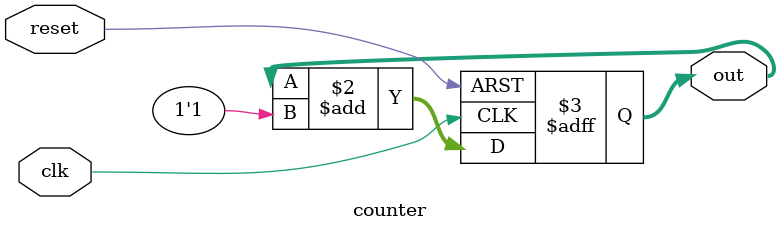
<source format=v>
module counter (
    out,
    clk,
    reset
);

  parameter integer WIDTH = 8;

  output [WIDTH-1 : 0] out;
  input clk, reset;

  reg [WIDTH-1 : 0] out;
  wire clk, reset;

  always @(posedge clk or posedge reset)
    if (reset) out <= 0;
    else out <= out + 1'd1;

endmodule  // counter

</source>
